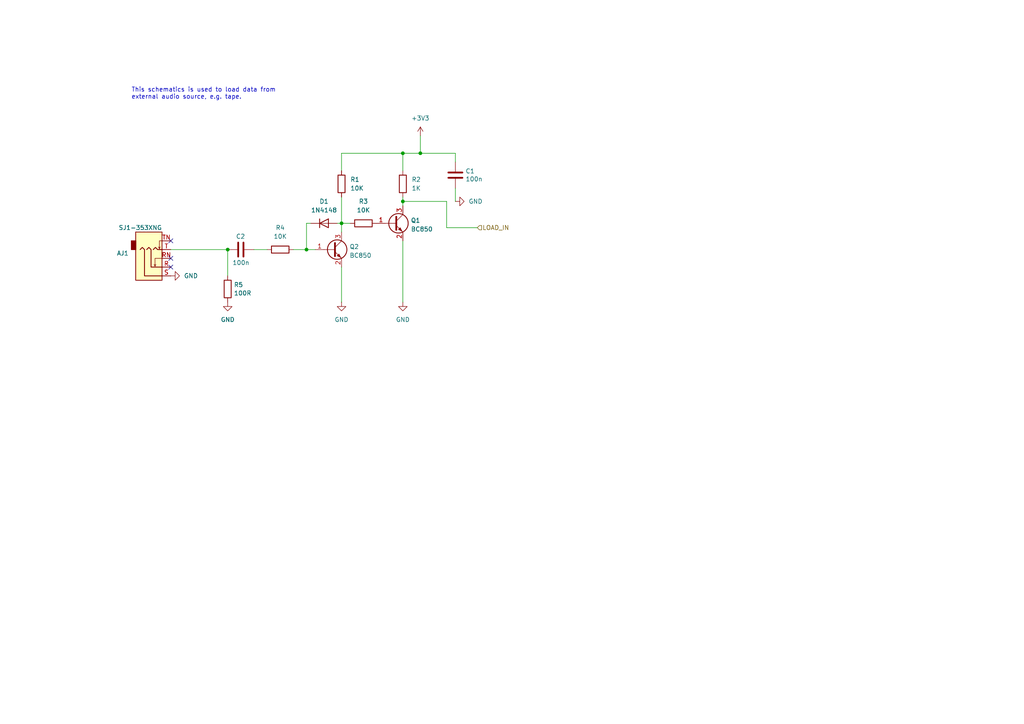
<source format=kicad_sch>
(kicad_sch (version 20250114) (generator "eeschema") (generator_version "9.0")
  (paper "A4")
  (title_block (title "FRANK M2") (date "2025-03-16") (rev "1.03") (company "Mikhail Matveev") (comment 1 "https://github.com/xtremespb/frank"))
  (lib_symbols
    (symbol "BC850_1" (pin_names (offset 0) (hide yes))
      (property "Reference" "Q" (at 5.08 1.905 0))
      (property "Value" "BC850" (at 5.08 0 0))
      (symbol "BC850_1_0_1"
        (polyline (pts (xy -2.54 0) (xy 0.635 0)))
        (polyline (pts (xy 0.635 1.905) (xy 0.635 -1.905)) (stroke (width 0.508)))
        (circle (center 1.27 0) (radius 2.8194) (stroke (width 0.254)))
      )
      (symbol "BC850_1_1_1"
        (polyline (pts (xy 0.635 0.635) (xy 2.54 2.54)))
        (polyline (pts (xy 0.635 -0.635) (xy 2.54 -2.54)))
        (polyline (pts (xy 1.27 -1.778) (xy 1.778 -1.27) (xy 2.286 -2.286) (xy 1.27 -1.778)) (fill (type outline)))
        (pin input line (at -5.08 0 0) (length 2.54) (name "B") (number "1"))
        (pin passive line (at 2.54 5.08 270) (length 2.54) (name "C") (number "3"))
        (pin passive line (at 2.54 -5.08 90) (length 2.54) (name "E") (number "2"))
      )
    )
    (symbol "Device:C" (pin_numbers (hide yes)) (pin_names (offset 0.254))
      (property "Reference" "C" (at 0.635 2.54 0))
      (property "Value" "C" (at 0.635 -2.54 0))
      (symbol "C_0_1"
        (polyline (pts (xy -2.032 0.762) (xy 2.032 0.762)) (stroke (width 0.508)))
        (polyline (pts (xy -2.032 -0.762) (xy 2.032 -0.762)) (stroke (width 0.508)))
      )
      (symbol "C_1_1"
        (pin passive line (at 0 3.81 270) (length 2.794) (name "~") (number "1"))
        (pin passive line (at 0 -3.81 90) (length 2.794) (name "~") (number "2"))
      )
    )
    (symbol "Device:D" (pin_numbers (hide yes)) (pin_names (offset 1.016) (hide yes))
      (property "Reference" "D" (at 0 2.54 0))
      (property "Value" "D" (at 0 -2.54 0))
      (symbol "D_0_1"
        (polyline (pts (xy -1.27 1.27) (xy -1.27 -1.27)) (stroke (width 0.254)))
        (polyline (pts (xy 1.27 1.27) (xy 1.27 -1.27) (xy -1.27 0) (xy 1.27 1.27)) (stroke (width 0.254)))
        (polyline (pts (xy 1.27 0) (xy -1.27 0)))
      )
      (symbol "D_1_1"
        (pin passive line (at -3.81 0 0) (length 2.54) (name "K") (number "1"))
        (pin passive line (at 3.81 0 180) (length 2.54) (name "A") (number "2"))
      )
    )
    (symbol "Device:R" (pin_numbers (hide yes)) (pin_names (offset 0))
      (property "Reference" "R" (at 2.032 0 90))
      (property "Value" "R" (at 0 0 90))
      (symbol "R_0_1"
        (rectangle (start -1.016 -2.54) (end 1.016 2.54) (stroke (width 0.254)))
      )
      (symbol "R_1_1"
        (pin passive line (at 0 3.81 270) (length 1.27) (name "~") (number "1"))
        (pin passive line (at 0 -3.81 90) (length 1.27) (name "~") (number "2"))
      )
    )
    (symbol "FRANK:AudioJack_3.5mm"
      (property "Reference" "AJ2" (at -7.1119 -4.0097 0))
      (symbol "AudioJack_3.5mm_0_1"
        (rectangle (start -5.08 -5.08) (end -6.35 -7.62) (stroke (width 0.254)) (fill (type outline)))
        (polyline (pts (xy -1.905 -5.08) (xy -1.27 -5.715) (xy -0.635 -5.08) (xy -0.635 0) (xy 2.54 0)) (stroke (width 0.254)))
        (polyline (pts (xy 0 -5.08) (xy 0.635 -5.715) (xy 1.27 -5.08) (xy 2.54 -5.08)) (stroke (width 0.254)))
        (polyline (pts (xy 0.508 -0.254) (xy 0.762 -0.762)))
        (polyline (pts (xy 1.778 -5.334) (xy 2.032 -5.842)))
        (rectangle (start 2.54 3.81) (end -5.08 -10.16) (stroke (width 0.254)) (fill (type background)))
        (polyline (pts (xy 2.54 2.54) (xy -2.54 2.54) (xy -2.54 -5.08) (xy -3.175 -5.715) (xy -3.81 -5.08)) (stroke (width 0.254)))
        (polyline (pts (xy 2.54 -2.54) (xy 0.508 -2.54) (xy 0.508 -0.254) (xy 0.254 -0.762)))
        (polyline (pts (xy 2.54 -7.62) (xy 1.778 -7.62) (xy 1.778 -5.334) (xy 1.524 -5.842)))
      )
      (symbol "AudioJack_3.5mm_1_1"
        (pin passive line (at 5.08 2.54 180) (length 2.54) (name "~") (number "S"))
        (pin passive line (at 5.08 0 180) (length 2.54) (name "~") (number "R"))
        (pin passive line (at 5.08 -2.54 180) (length 2.54) (name "~") (number "RN"))
        (pin passive line (at 5.08 -5.08 180) (length 2.54) (name "~") (number "T"))
        (pin passive line (at 5.08 -7.62 180) (length 2.54) (name "~") (number "TN"))
      )
    )
    (symbol "GND_1" (power) (pin_numbers (hide yes)) (pin_names (offset 0) (hide yes))
      (property "Value" "GND" (at 0 -3.81 0))
      (symbol "GND_1_0_1"
        (polyline (pts (xy 0 0) (xy 0 -1.27) (xy 1.27 -1.27) (xy 0 -2.54) (xy -1.27 -1.27) (xy 0 -1.27)))
      )
      (symbol "GND_1_1_1"
        (pin power_in line (at 0 0 270) (length 0) (name "~") (number "1"))
      )
    )
    (symbol "GND_2" (power) (pin_numbers (hide yes)) (pin_names (offset 0) (hide yes))
      (property "Value" "GND" (at 0 -3.81 0))
      (symbol "GND_2_0_1"
        (polyline (pts (xy 0 0) (xy 0 -1.27) (xy 1.27 -1.27) (xy 0 -2.54) (xy -1.27 -1.27) (xy 0 -1.27)))
      )
      (symbol "GND_2_1_1"
        (pin power_in line (at 0 0 270) (length 0) (name "~") (number "1"))
      )
    )
    (symbol "GND_3" (power) (pin_numbers (hide yes)) (pin_names (offset 0) (hide yes))
      (property "Value" "GND" (at 0 -3.81 0))
      (symbol "GND_3_0_1"
        (polyline (pts (xy 0 0) (xy 0 -1.27) (xy 1.27 -1.27) (xy 0 -2.54) (xy -1.27 -1.27) (xy 0 -1.27)))
      )
      (symbol "GND_3_1_1"
        (pin power_in line (at 0 0 270) (length 0) (name "~") (number "1"))
      )
    )
    (symbol "GND_4" (power) (pin_numbers (hide yes)) (pin_names (offset 0) (hide yes))
      (property "Value" "GND" (at 0 -3.81 0))
      (symbol "GND_4_0_1"
        (polyline (pts (xy 0 0) (xy 0 -1.27) (xy 1.27 -1.27) (xy 0 -2.54) (xy -1.27 -1.27) (xy 0 -1.27)))
      )
      (symbol "GND_4_1_1"
        (pin power_in line (at 0 0 270) (length 0) (name "~") (number "1"))
      )
    )
    (symbol "Transistor_BJT:BC850" (pin_names (offset 0) (hide yes))
      (property "Reference" "Q" (at 5.08 1.905 0))
      (property "Value" "BC850" (at 5.08 0 0))
      (symbol "BC850_0_1"
        (polyline (pts (xy -2.54 0) (xy 0.635 0)))
        (polyline (pts (xy 0.635 1.905) (xy 0.635 -1.905)) (stroke (width 0.508)))
        (circle (center 1.27 0) (radius 2.8194) (stroke (width 0.254)))
      )
      (symbol "BC850_1_1"
        (polyline (pts (xy 0.635 0.635) (xy 2.54 2.54)))
        (polyline (pts (xy 0.635 -0.635) (xy 2.54 -2.54)))
        (polyline (pts (xy 1.27 -1.778) (xy 1.778 -1.27) (xy 2.286 -2.286) (xy 1.27 -1.778)) (fill (type outline)))
        (pin input line (at -5.08 0 0) (length 2.54) (name "B") (number "1"))
        (pin passive line (at 2.54 5.08 270) (length 2.54) (name "C") (number "3"))
        (pin passive line (at 2.54 -5.08 90) (length 2.54) (name "E") (number "2"))
      )
    )
    (symbol "power:+3V3" (power) (pin_numbers (hide yes)) (pin_names (offset 0) (hide yes))
      (property "Value" "+3V3" (at 0 3.556 0))
      (symbol "+3V3_0_1"
        (polyline (pts (xy -0.762 1.27) (xy 0 2.54)))
        (polyline (pts (xy 0 2.54) (xy 0.762 1.27)))
        (polyline (pts (xy 0 0) (xy 0 2.54)))
      )
      (symbol "+3V3_1_1"
        (pin power_in line (at 0 0 90) (length 0) (name "~") (number "1"))
      )
    )
    (symbol "power:GND" (power) (pin_numbers (hide yes)) (pin_names (offset 0) (hide yes))
      (property "Value" "GND" (at 0 -3.81 0))
      (symbol "GND_0_1"
        (polyline (pts (xy 0 0) (xy 0 -1.27) (xy 1.27 -1.27) (xy 0 -2.54) (xy -1.27 -1.27) (xy 0 -1.27)))
      )
      (symbol "GND_1_1"
        (pin power_in line (at 0 0 270) (length 0) (name "~") (number "1"))
      )
    )
  )
  (text "This schematics is used to load data from\nexternal audio source, e.g. tape." (at 38.1 27.178 0) (effects (font (size 1.27 1.27)) (justify left)))
  (junction (at 116.84 58.42))
  (junction (at 88.9 72.39))
  (junction (at 66.04 72.39))
  (junction (at 99.06 64.77))
  (junction (at 121.92 44.45))
  (junction (at 116.84 44.45))
  (no_connect (at 49.53 69.85))
  (no_connect (at 49.53 74.93))
  (no_connect (at 49.53 77.47))
  (wire (pts (xy 116.84 58.42) (xy 129.54 58.42)))
  (wire (pts (xy 99.06 64.77) (xy 99.06 67.31)))
  (wire (pts (xy 85.09 72.39) (xy 88.9 72.39)))
  (wire (pts (xy 121.92 44.45) (xy 132.08 44.45)))
  (wire (pts (xy 129.54 58.42) (xy 129.54 66.04)))
  (wire (pts (xy 97.79 64.77) (xy 99.06 64.77)))
  (wire (pts (xy 88.9 72.39) (xy 91.44 72.39)))
  (wire (pts (xy 116.84 58.42) (xy 116.84 59.69)))
  (wire (pts (xy 90.17 64.77) (xy 88.9 64.77)))
  (wire (pts (xy 129.54 66.04) (xy 138.43 66.04)))
  (wire (pts (xy 88.9 64.77) (xy 88.9 72.39)))
  (wire (pts (xy 73.66 72.39) (xy 77.47 72.39)))
  (wire (pts (xy 116.84 44.45) (xy 121.92 44.45)))
  (wire (pts (xy 99.06 77.47) (xy 99.06 87.63)))
  (wire (pts (xy 116.84 44.45) (xy 116.84 49.53)))
  (wire (pts (xy 99.06 44.45) (xy 99.06 49.53)))
  (wire (pts (xy 121.92 39.37) (xy 121.92 44.45)))
  (wire (pts (xy 116.84 69.85) (xy 116.84 87.63)))
  (wire (pts (xy 132.08 54.61) (xy 132.08 58.42)))
  (wire (pts (xy 99.06 44.45) (xy 116.84 44.45)))
  (wire (pts (xy 132.08 44.45) (xy 132.08 46.99)))
  (wire (pts (xy 49.53 72.39) (xy 66.04 72.39)))
  (wire (pts (xy 99.06 57.15) (xy 99.06 64.77)))
  (wire (pts (xy 116.84 57.15) (xy 116.84 58.42)))
  (wire (pts (xy 66.04 72.39) (xy 66.04 80.01)))
  (wire (pts (xy 99.06 64.77) (xy 101.6 64.77)))
  (hierarchical_label "LOAD_IN" (shape input) (at 138.43 66.04 0))
  (symbol (lib_id "Device:D") (at 93.98 64.77 0) (unit 1)
    (property "Reference" "D7" (at 93.98 58.42 0))
    (property "Value" "1N4148" (at 93.98 60.96 0))
    (property "Footprint" "FRANK:Diode (SOD-323)" (effects (hide yes)))
    (property "Datasheet" "https://www.vishay.com/docs/85748/1n4148w.pdf" (effects (hide yes)))
    (property "Description" "Diode" (effects (hide yes)))
    (property "Sim.Device" "D" (effects (hide yes)))
    (property "Sim.Pins" "1=K 2=A" (effects (hide yes)))
    (property "AliExpress" "https://www.aliexpress.com/item/1005005707644429.html" (effects (hide yes)))
    (instances (project "" (path "" (reference "D1") (unit 1))) (project "" (path "" (reference "D7") (unit 1))))
  )
  (symbol (lib_name "GND_2") (lib_id "power:GND") (at 99.06 87.63 0) (unit 1)
    (property "Reference" "#PWR054" (effects (hide yes)))
    (property "Value" "GND" (at 99.06 92.71 0))
    (property "Description" "Power symbol creates a global label with name \"GND\" , ground" (effects (hide yes)))
    (instances (project "" (path "" (reference "#PWR07") (unit 1))) (project "" (path "" (reference "#PWR054") (unit 1))))
  )
  (symbol (lib_id "Device:R") (at 105.41 64.77 90) (unit 1)
    (property "Reference" "R30" (at 105.41 58.42 90))
    (property "Value" "10K" (at 105.41 60.96 90))
    (property "Footprint" "FRANK:Resistor (0805)" (effects (hide yes)))
    (property "Datasheet" "https://www.vishay.com/docs/28952/mcs0402at-mct0603at-mcu0805at-mca1206at.pdf" (effects (hide yes)))
    (property "AliExpress" "https://www.aliexpress.com/item/1005005945735199.html" (effects (hide yes)))
    (instances (project "38NJU24" (path "" (reference "R3") (unit 1))) (project "38NJU24" (path "" (reference "R30") (unit 1))))
  )
  (symbol (lib_id "power:GND") (at 66.04 87.63 0) (unit 1)
    (property "Reference" "#PWR053" (effects (hide yes)))
    (property "Value" "GND" (at 66.04 92.71 0))
    (property "Description" "Power symbol creates a global label with name \"GND\" , ground" (effects (hide yes)))
    (instances (project "" (path "" (reference "#PWR06") (unit 1))) (project "" (path "" (reference "#PWR053") (unit 1))))
  )
  (symbol (lib_id "Device:R") (at 116.84 53.34 0) (unit 1)
    (property "Reference" "R29" (at 119.38 52.0699 0) (effects (justify left)))
    (property "Value" "1K" (at 119.38 54.6099 0) (effects (justify left)))
    (property "Footprint" "FRANK:Resistor (0805)" (effects (hide yes)))
    (property "Datasheet" "https://www.vishay.com/docs/28952/mcs0402at-mct0603at-mcu0805at-mca1206at.pdf" (effects (hide yes)))
    (property "AliExpress" "https://www.aliexpress.com/item/1005005945735199.html" (effects (hide yes)))
    (instances (project "38NJU24" (path "" (reference "R2") (unit 1))) (project "38NJU24" (path "" (reference "R29") (unit 1))))
  )
  (symbol (lib_id "FRANK:AudioJack_3.5mm") (at 44.45 77.47 0) (mirror x) (unit 1)
    (property "Reference" "AJ2" (at 37.3381 73.4603 0) (effects (justify right)))
    (property "Value" "SJ1-353XNG" (at 46.99 66.04 0) (effects (justify right)))
    (property "Footprint" "FRANK:Jack (3.5mm)" (effects (hide yes)))
    (property "Datasheet" "https://eu.mouser.com/datasheet/2/1628/sj1_353xng-3511142.pdf" (effects (hide yes)))
    (property "Description" "Audio Jack, 3 Poles (Stereo / TRS), Switched TR Poles (Normalling)" (effects (hide yes)))
    (property "AliExpress" "https://www.aliexpress.com/item/1005006710837751.html" (effects (hide yes)))
    (instances (project "38NJU24" (path "" (reference "AJ1") (unit 1))) (project "38NJU24" (path "" (reference "AJ2") (unit 1))))
  )
  (symbol (lib_id "Device:C") (at 69.85 72.39 90) (unit 1)
    (property "Reference" "C13" (at 71.12 68.58 90) (effects (justify left)))
    (property "Value" "100n" (at 72.39 76.2 90) (effects (justify left)))
    (property "Footprint" "FRANK:Capacitor (0805)" (effects (hide yes)))
    (property "Datasheet" "https://eu.mouser.com/datasheet/2/40/KGM_X7R-3223212.pdf" (effects (hide yes)))
    (property "AliExpress" "https://www.aliexpress.com/item/33008008276.html" (effects (hide yes)))
    (instances (project "38NJU24" (path "" (reference "C2") (unit 1))) (project "38NJU24" (path "" (reference "C13") (unit 1))))
  )
  (symbol (lib_name "GND_1") (lib_id "power:GND") (at 49.53 80.01 90) (unit 1)
    (property "Reference" "#PWR052" (effects (hide yes)))
    (property "Value" "GND" (at 53.34 80.0099 90) (effects (justify right)))
    (property "Description" "Power symbol creates a global label with name \"GND\" , ground" (effects (hide yes)))
    (instances (project "" (path "" (reference "#PWR05") (unit 1))) (project "" (path "" (reference "#PWR052") (unit 1))))
  )
  (symbol (lib_id "Device:R") (at 81.28 72.39 90) (unit 1)
    (property "Reference" "R31" (at 81.28 66.04 90))
    (property "Value" "10K" (at 81.28 68.58 90))
    (property "Footprint" "FRANK:Resistor (0805)" (effects (hide yes)))
    (property "Datasheet" "https://www.vishay.com/docs/28952/mcs0402at-mct0603at-mcu0805at-mca1206at.pdf" (effects (hide yes)))
    (property "AliExpress" "https://www.aliexpress.com/item/1005005945735199.html" (effects (hide yes)))
    (instances (project "38NJU24" (path "" (reference "R4") (unit 1))) (project "38NJU24" (path "" (reference "R31") (unit 1))))
  )
  (symbol (lib_name "GND_4") (lib_id "power:GND") (at 132.08 58.42 90) (unit 1)
    (property "Reference" "#PWR051" (effects (hide yes)))
    (property "Value" "GND" (at 135.89 58.4199 90) (effects (justify right)))
    (property "Description" "Power symbol creates a global label with name \"GND\" , ground" (effects (hide yes)))
    (instances (project "" (path "" (reference "#PWR04") (unit 1))) (project "" (path "" (reference "#PWR051") (unit 1))))
  )
  (symbol (lib_name "GND_3") (lib_id "power:GND") (at 116.84 87.63 0) (unit 1)
    (property "Reference" "#PWR055" (effects (hide yes)))
    (property "Value" "GND" (at 116.84 92.71 0))
    (property "Description" "Power symbol creates a global label with name \"GND\" , ground" (effects (hide yes)))
    (instances (project "" (path "" (reference "#PWR08") (unit 1))) (project "" (path "" (reference "#PWR055") (unit 1))))
  )
  (symbol (lib_id "power:+3V3") (at 121.92 39.37 0) (unit 1)
    (property "Reference" "#PWR050" (effects (hide yes)))
    (property "Value" "+3V3" (at 121.92 34.29 0))
    (property "Description" "Power symbol creates a global label with name \"+3V3\"" (effects (hide yes)))
    (instances (project "" (path "" (reference "#PWR03") (unit 1))) (project "" (path "" (reference "#PWR050") (unit 1))))
  )
  (symbol (lib_id "Device:C") (at 132.08 50.8 0) (unit 1)
    (property "Reference" "C12" (at 135.001 49.6316 0) (effects (justify left)))
    (property "Value" "100n" (at 135.001 51.943 0) (effects (justify left)))
    (property "Footprint" "FRANK:Capacitor (0805)" (effects (hide yes)))
    (property "Datasheet" "https://eu.mouser.com/datasheet/2/40/KGM_X7R-3223212.pdf" (effects (hide yes)))
    (property "AliExpress" "https://www.aliexpress.com/item/33008008276.html" (effects (hide yes)))
    (instances (project "38NJU24" (path "" (reference "C1") (unit 1))) (project "38NJU24" (path "" (reference "C12") (unit 1))))
  )
  (symbol (lib_id "Device:R") (at 66.04 83.82 0) (unit 1)
    (property "Reference" "R32" (at 67.818 82.6078 0) (effects (justify left)))
    (property "Value" "100R" (at 67.818 85.0321 0) (effects (justify left)))
    (property "Footprint" "FRANK:Resistor (0805)" (effects (hide yes)))
    (property "Datasheet" "https://www.vishay.com/docs/28952/mcs0402at-mct0603at-mcu0805at-mca1206at.pdf" (effects (hide yes)))
    (property "AliExpress" "https://www.aliexpress.com/item/1005005945735199.html" (effects (hide yes)))
    (instances (project "38NJU24" (path "" (reference "R5") (unit 1))) (project "38NJU24" (path "" (reference "R32") (unit 1))))
  )
  (symbol (lib_name "BC850_1") (lib_id "Transistor_BJT:BC850") (at 96.52 72.39 0) (unit 1)
    (property "Reference" "Q2" (at 101.3714 71.5553 0) (effects (justify left)))
    (property "Value" "BC850" (at 101.3714 74.0922 0) (effects (justify left)))
    (property "Footprint" "FRANK:SOT-23" (effects (hide yes)))
    (property "Datasheet" "http://www.infineon.com/dgdl/Infineon-BC847SERIES_BC848SERIES_BC849SERIES_BC850SERIES-DS-v01_01-en.pdf?fileId=db3a304314dca389011541d4630a1657" (effects (hide yes)))
    (property "Description" "0.1A Ic, 45V Vce, NPN Transistor, SOT-23" (effects (hide yes)))
    (property "AliExpress" "https://www.aliexpress.com/item/1005005008637286.html" (effects (hide yes)))
  )
  (symbol (lib_id "Device:R") (at 99.06 53.34 0) (unit 1)
    (property "Reference" "R28" (at 101.6 52.0699 0) (effects (justify left)))
    (property "Value" "10K" (at 101.6 54.6099 0) (effects (justify left)))
    (property "Footprint" "FRANK:Resistor (0805)" (effects (hide yes)))
    (property "Datasheet" "https://www.vishay.com/docs/28952/mcs0402at-mct0603at-mcu0805at-mca1206at.pdf" (effects (hide yes)))
    (property "AliExpress" "https://www.aliexpress.com/item/1005005945735199.html" (effects (hide yes)))
    (instances (project "38NJU24" (path "" (reference "R1") (unit 1))) (project "38NJU24" (path "" (reference "R28") (unit 1))))
  )
  (symbol (lib_id "Transistor_BJT:BC850") (at 114.3 64.77 0) (unit 1)
    (property "Reference" "Q1" (at 119.1514 63.9353 0) (effects (justify left)))
    (property "Value" "BC850" (at 119.1514 66.4722 0) (effects (justify left)))
    (property "Footprint" "FRANK:SOT-23" (effects (hide yes)))
    (property "Datasheet" "http://www.infineon.com/dgdl/Infineon-BC847SERIES_BC848SERIES_BC849SERIES_BC850SERIES-DS-v01_01-en.pdf?fileId=db3a304314dca389011541d4630a1657" (effects (hide yes)))
    (property "Description" "0.1A Ic, 45V Vce, NPN Transistor, SOT-23" (effects (hide yes)))
    (property "AliExpress" "https://www.aliexpress.com/item/1005005008637286.html" (effects (hide yes)))
  )
)
</source>
